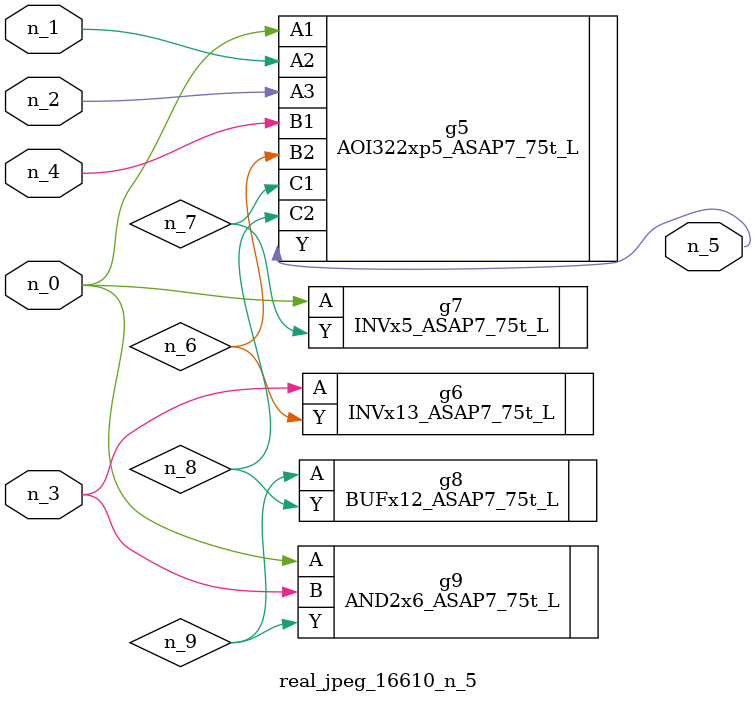
<source format=v>
module real_jpeg_16610_n_5 (n_4, n_0, n_1, n_2, n_3, n_5);

input n_4;
input n_0;
input n_1;
input n_2;
input n_3;

output n_5;

wire n_8;
wire n_6;
wire n_7;
wire n_9;

AOI322xp5_ASAP7_75t_L g5 ( 
.A1(n_0),
.A2(n_1),
.A3(n_2),
.B1(n_4),
.B2(n_6),
.C1(n_7),
.C2(n_8),
.Y(n_5)
);

INVx5_ASAP7_75t_L g7 ( 
.A(n_0),
.Y(n_7)
);

AND2x6_ASAP7_75t_L g9 ( 
.A(n_0),
.B(n_3),
.Y(n_9)
);

INVx13_ASAP7_75t_L g6 ( 
.A(n_3),
.Y(n_6)
);

BUFx12_ASAP7_75t_L g8 ( 
.A(n_9),
.Y(n_8)
);


endmodule
</source>
